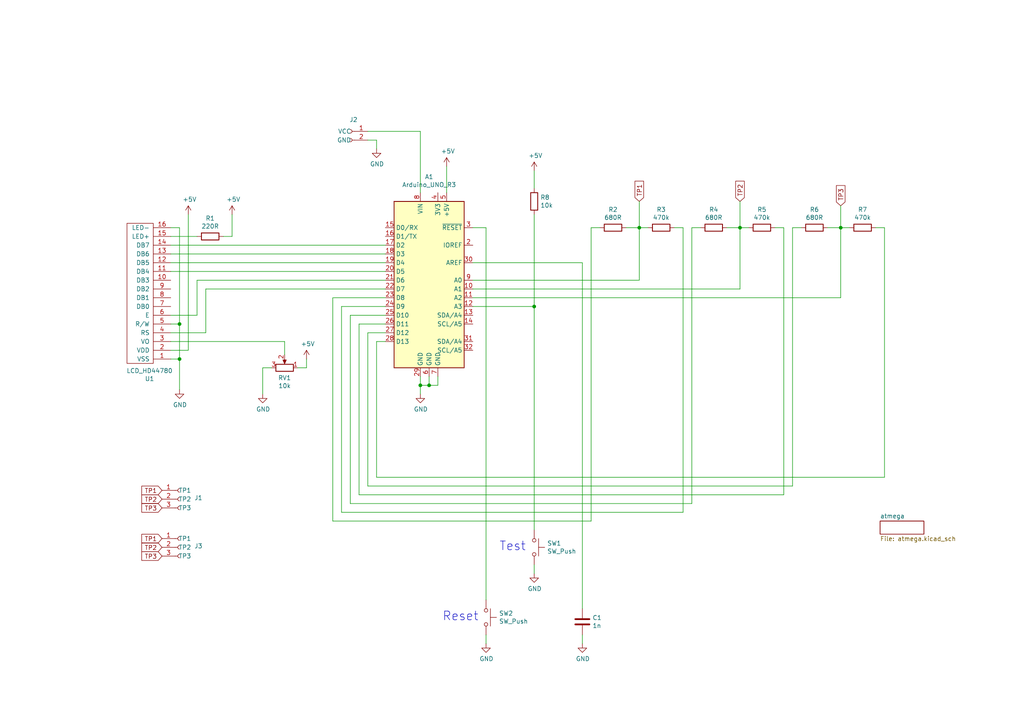
<source format=kicad_sch>
(kicad_sch (version 20231120) (generator "eeschema") (generator_version "8.0")
  (paper "A4")
  (lib_symbols
    (symbol "Device:C" (pin_numbers hide) (pin_names (offset 0.254))
      (property "Reference" "C" (at 0.635 2.54 0))
      (property "Value" "C" (at 0.635 -2.54 0))
      (symbol "C_0_1"
        (polyline (pts (xy -2.032 -0.762) (xy 2.032 -0.762)) (stroke (width 0.508)))
        (polyline (pts (xy -2.032 0.762) (xy 2.032 0.762)) (stroke (width 0.508)))
      )
      (symbol "C_1_1"
        (pin passive line (at 0 3.81 270) (length 2.794) (name "~") (number "1"))
        (pin passive line (at 0 -3.81 90) (length 2.794) (name "~") (number "2"))
      )
    )
    (symbol "Device:R" (pin_numbers hide) (pin_names (offset 0))
      (property "Reference" "R" (at 2.032 0 90))
      (property "Value" "R" (at 0 0 90))
      (symbol "R_0_1"
        (rectangle (start -1.016 -2.54) (end 1.016 2.54) (stroke (width 0.254)))
      )
      (symbol "R_1_1"
        (pin passive line (at 0 3.81 270) (length 1.27) (name "~") (number "1"))
        (pin passive line (at 0 -3.81 90) (length 1.27) (name "~") (number "2"))
      )
    )
    (symbol "MCU_Module:Arduino_UNO_R3"
      (property "Reference" "A" (at -10.16 23.495 0))
      (property "Value" "Arduino_UNO_R3" (at 5.08 -26.67 0))
      (symbol "Arduino_UNO_R3_0_1"
        (rectangle (start -10.16 22.86) (end 10.16 -25.4) (stroke (width 0.254)) (fill (type background)))
      )
      (symbol "Arduino_UNO_R3_1_1"
        (pin no_connect line (at -10.16 -20.32 0) (length 2.54) hide (name "NC") (number "1"))
        (pin bidirectional line (at 12.7 -2.54 180) (length 2.54) (name "A1") (number "10"))
        (pin bidirectional line (at 12.7 -5.08 180) (length 2.54) (name "A2") (number "11"))
        (pin bidirectional line (at 12.7 -7.62 180) (length 2.54) (name "A3") (number "12"))
        (pin bidirectional line (at 12.7 -10.16 180) (length 2.54) (name "SDA/A4") (number "13"))
        (pin bidirectional line (at 12.7 -12.7 180) (length 2.54) (name "SCL/A5") (number "14"))
        (pin bidirectional line (at -12.7 15.24 0) (length 2.54) (name "D0/RX") (number "15"))
        (pin bidirectional line (at -12.7 12.7 0) (length 2.54) (name "D1/TX") (number "16"))
        (pin bidirectional line (at -12.7 10.16 0) (length 2.54) (name "D2") (number "17"))
        (pin bidirectional line (at -12.7 7.62 0) (length 2.54) (name "D3") (number "18"))
        (pin bidirectional line (at -12.7 5.08 0) (length 2.54) (name "D4") (number "19"))
        (pin output line (at 12.7 10.16 180) (length 2.54) (name "IOREF") (number "2"))
        (pin bidirectional line (at -12.7 2.54 0) (length 2.54) (name "D5") (number "20"))
        (pin bidirectional line (at -12.7 0 0) (length 2.54) (name "D6") (number "21"))
        (pin bidirectional line (at -12.7 -2.54 0) (length 2.54) (name "D7") (number "22"))
        (pin bidirectional line (at -12.7 -5.08 0) (length 2.54) (name "D8") (number "23"))
        (pin bidirectional line (at -12.7 -7.62 0) (length 2.54) (name "D9") (number "24"))
        (pin bidirectional line (at -12.7 -10.16 0) (length 2.54) (name "D10") (number "25"))
        (pin bidirectional line (at -12.7 -12.7 0) (length 2.54) (name "D11") (number "26"))
        (pin bidirectional line (at -12.7 -15.24 0) (length 2.54) (name "D12") (number "27"))
        (pin bidirectional line (at -12.7 -17.78 0) (length 2.54) (name "D13") (number "28"))
        (pin power_in line (at -2.54 -27.94 90) (length 2.54) (name "GND") (number "29"))
        (pin input line (at 12.7 15.24 180) (length 2.54) (name "~{RESET}") (number "3"))
        (pin input line (at 12.7 5.08 180) (length 2.54) (name "AREF") (number "30"))
        (pin bidirectional line (at 12.7 -17.78 180) (length 2.54) (name "SDA/A4") (number "31"))
        (pin bidirectional line (at 12.7 -20.32 180) (length 2.54) (name "SCL/A5") (number "32"))
        (pin power_out line (at 2.54 25.4 270) (length 2.54) (name "3V3") (number "4"))
        (pin power_out line (at 5.08 25.4 270) (length 2.54) (name "+5V") (number "5"))
        (pin power_in line (at 0 -27.94 90) (length 2.54) (name "GND") (number "6"))
        (pin power_in line (at 2.54 -27.94 90) (length 2.54) (name "GND") (number "7"))
        (pin power_in line (at -2.54 25.4 270) (length 2.54) (name "VIN") (number "8"))
        (pin bidirectional line (at 12.7 0 180) (length 2.54) (name "A0") (number "9"))
      )
    )
    (symbol "My_Headers:2-pin_power_input_header" (pin_names (offset 1.016))
      (property "Reference" "J" (at 0 2.54 0))
      (symbol "2-pin_power_input_header_1_1"
        (arc (start 0 -2.032) (mid -0.5058 -2.54) (end 0 -3.048) (stroke (width 0.1524)))
        (polyline (pts (xy -1.27 -2.54) (xy -0.508 -2.54)) (stroke (width 0.1524)))
        (polyline (pts (xy -1.27 0) (xy -0.508 0)) (stroke (width 0.1524)))
        (arc (start 0 0.508) (mid -0.5058 0) (end 0 -0.508) (stroke (width 0.1524)))
        (pin power_out line (at -5.08 0 0) (length 3.81) (name "VCC") (number "1"))
        (pin power_out line (at -5.08 -2.54 0) (length 3.81) (name "GND") (number "2"))
      )
    )
    (symbol "My_Headers:3-pin_test_header" (pin_names (offset 1.016))
      (property "Reference" "J" (at 0 5.08 0))
      (symbol "3-pin_test_header_1_1"
        (arc (start 0 -2.032) (mid -0.5058 -2.54) (end 0 -3.048) (stroke (width 0.1524)))
        (polyline (pts (xy -1.27 -2.54) (xy -0.508 -2.54)) (stroke (width 0.1524)))
        (polyline (pts (xy -1.27 0) (xy -0.508 0)) (stroke (width 0.1524)))
        (polyline (pts (xy -1.27 2.54) (xy -0.508 2.54)) (stroke (width 0.1524)))
        (arc (start 0 0.508) (mid -0.5058 0) (end 0 -0.508) (stroke (width 0.1524)))
        (arc (start 0 3.048) (mid -0.5058 2.54) (end 0 2.032) (stroke (width 0.1524)))
        (pin input line (at -5.08 2.54 0) (length 3.81) (name "TP1") (number "1"))
        (pin input line (at -5.08 0 0) (length 3.81) (name "TP2") (number "2"))
        (pin input line (at -5.08 -2.54 0) (length 3.81) (name "TP3") (number "3"))
      )
    )
    (symbol "My_Headers:LCD_HD44780" (pin_names (offset 1.016))
      (property "Reference" "U" (at 6.35 2.54 0))
      (property "Value" "LCD_HD44780" (at 11.43 -40.64 0))
      (symbol "LCD_HD44780_0_1"
        (rectangle (start 5.08 1.27) (end 12.7 -39.37))
      )
      (symbol "LCD_HD44780_1_1"
        (pin input line (at 0 0 0) (length 5.08) (name "VSS") (number "1"))
        (pin input line (at 0 -22.86 0) (length 5.08) (name "DB3") (number "10"))
        (pin input line (at 0 -25.4 0) (length 5.08) (name "DB4") (number "11"))
        (pin input line (at 0 -27.94 0) (length 5.08) (name "DB5") (number "12"))
        (pin input line (at 0 -30.48 0) (length 5.08) (name "DB6") (number "13"))
        (pin input line (at 0 -33.02 0) (length 5.08) (name "DB7") (number "14"))
        (pin input line (at 0 -35.56 0) (length 5.08) (name "LED+") (number "15"))
        (pin input line (at 0 -38.1 0) (length 5.08) (name "LED-") (number "16"))
        (pin input line (at 0 -2.54 0) (length 5.08) (name "VDD") (number "2"))
        (pin input line (at 0 -5.08 0) (length 5.08) (name "VO") (number "3"))
        (pin input line (at 0 -7.62 0) (length 5.08) (name "RS") (number "4"))
        (pin input line (at 0 -10.16 0) (length 5.08) (name "R/W") (number "5"))
        (pin input line (at 0 -12.7 0) (length 5.08) (name "E") (number "6"))
        (pin input line (at 0 -15.24 0) (length 5.08) (name "DB0") (number "7"))
        (pin input line (at 0 -17.78 0) (length 5.08) (name "DB1") (number "8"))
        (pin input line (at 0 -20.32 0) (length 5.08) (name "DB2") (number "9"))
      )
    )
    (symbol "Switch:SW_Push" (pin_numbers hide) (pin_names (offset 1.016) hide)
      (property "Reference" "SW" (at 1.27 2.54 0))
      (property "Value" "SW_Push" (at 0 -1.524 0))
      (symbol "SW_Push_0_1"
        (circle (center -2.032 0) (radius 0.508))
        (polyline (pts (xy 0 1.27) (xy 0 3.048)))
        (polyline (pts (xy 2.54 1.27) (xy -2.54 1.27)))
        (circle (center 2.032 0) (radius 0.508))
        (pin passive line (at -5.08 0 0) (length 2.54) (name "1") (number "1"))
        (pin passive line (at 5.08 0 180) (length 2.54) (name "2") (number "2"))
      )
    )
    (symbol "arduTester-rescue:R_POT-Device" (pin_names (offset 1.016) hide)
      (property "Reference" "RV" (at -4.445 0 90))
      (property "Value" "R_POT-Device" (at -2.54 0 90))
      (symbol "R_POT-Device_0_1"
        (polyline (pts (xy 2.54 0) (xy 1.524 0)))
        (polyline (pts (xy 1.143 0) (xy 2.286 0.508) (xy 2.286 -0.508) (xy 1.143 0)) (fill (type outline)))
        (rectangle (start 1.016 2.54) (end -1.016 -2.54) (stroke (width 0.254)))
      )
      (symbol "R_POT-Device_1_1"
        (pin passive line (at 0 3.81 270) (length 1.27) (name "1") (number "1"))
        (pin passive line (at 3.81 0 180) (length 1.27) (name "2") (number "2"))
        (pin passive line (at 0 -3.81 90) (length 1.27) (name "3") (number "3"))
      )
    )
    (symbol "power:+5V" (power) (pin_names (offset 0))
      (property "Value" "+5V" (at 0 3.556 0))
      (symbol "+5V_0_1"
        (polyline (pts (xy -0.762 1.27) (xy 0 2.54)))
        (polyline (pts (xy 0 0) (xy 0 2.54)))
        (polyline (pts (xy 0 2.54) (xy 0.762 1.27)))
      )
      (symbol "+5V_1_1"
        (pin power_in line (at 0 0 90) (length 0) hide (name "+5V") (number "1"))
      )
    )
    (symbol "power:GND" (power) (pin_names (offset 0))
      (property "Value" "GND" (at 0 -3.81 0))
      (symbol "GND_0_1"
        (polyline (pts (xy 0 0) (xy 0 -1.27) (xy 1.27 -1.27) (xy 0 -2.54) (xy -1.27 -1.27) (xy 0 -1.27)))
      )
      (symbol "GND_1_1"
        (pin power_in line (at 0 0 270) (length 0) hide (name "GND") (number "1"))
      )
    )
  )
  (junction (at 214.63 66.04))
  (junction (at 52.07 93.98))
  (junction (at 124.46 111.76))
  (junction (at 243.84 66.04))
  (junction (at 185.42 66.04))
  (junction (at 121.92 111.76))
  (junction (at 154.94 88.9))
  (junction (at 52.07 104.14))
  (wire (pts (xy 137.16 86.36) (xy 243.84 86.36)))
  (wire (pts (xy 106.68 96.52) (xy 111.76 96.52)))
  (wire (pts (xy 200.66 146.05) (xy 101.6 146.05)))
  (wire (pts (xy 203.2 66.04) (xy 200.66 66.04)))
  (wire (pts (xy 127 111.76) (xy 124.46 111.76)))
  (wire (pts (xy 106.68 140.97) (xy 106.68 96.52)))
  (wire (pts (xy 49.53 68.58) (xy 57.15 68.58)))
  (wire (pts (xy 67.31 68.58) (xy 67.31 62.23)))
  (wire (pts (xy 168.91 186.69) (xy 168.91 184.15)))
  (wire (pts (xy 168.91 176.53) (xy 168.91 76.2)))
  (wire (pts (xy 140.97 173.99) (xy 140.97 66.04)))
  (wire (pts (xy 154.94 166.37) (xy 154.94 163.83)))
  (wire (pts (xy 154.94 88.9) (xy 137.16 88.9)))
  (wire (pts (xy 99.06 148.59) (xy 99.06 88.9)))
  (wire (pts (xy 52.07 66.04) (xy 49.53 66.04)))
  (wire (pts (xy 210.82 66.04) (xy 214.63 66.04)))
  (wire (pts (xy 229.87 66.04) (xy 229.87 140.97)))
  (wire (pts (xy 52.07 66.04) (xy 52.07 93.98)))
  (wire (pts (xy 229.87 140.97) (xy 106.68 140.97)))
  (wire (pts (xy 243.84 66.04) (xy 243.84 59.69)))
  (wire (pts (xy 49.53 101.6) (xy 54.61 101.6)))
  (wire (pts (xy 227.33 66.04) (xy 224.79 66.04)))
  (wire (pts (xy 171.45 66.04) (xy 173.99 66.04)))
  (wire (pts (xy 185.42 66.04) (xy 185.42 58.42)))
  (wire (pts (xy 59.69 96.52) (xy 59.69 83.82)))
  (wire (pts (xy 227.33 143.51) (xy 227.33 66.04)))
  (wire (pts (xy 52.07 104.14) (xy 52.07 93.98)))
  (wire (pts (xy 200.66 66.04) (xy 200.66 146.05)))
  (wire (pts (xy 121.92 114.3) (xy 121.92 111.76)))
  (wire (pts (xy 154.94 153.67) (xy 154.94 88.9)))
  (wire (pts (xy 121.92 111.76) (xy 121.92 109.22)))
  (wire (pts (xy 129.54 48.26) (xy 129.54 55.88)))
  (wire (pts (xy 96.52 86.36) (xy 96.52 151.13)))
  (wire (pts (xy 137.16 83.82) (xy 214.63 83.82)))
  (wire (pts (xy 49.53 91.44) (xy 57.15 91.44)))
  (wire (pts (xy 111.76 71.12) (xy 49.53 71.12)))
  (wire (pts (xy 137.16 81.28) (xy 185.42 81.28)))
  (wire (pts (xy 101.6 91.44) (xy 111.76 91.44)))
  (wire (pts (xy 49.53 99.06) (xy 82.55 99.06)))
  (wire (pts (xy 232.41 66.04) (xy 229.87 66.04)))
  (wire (pts (xy 140.97 184.15) (xy 140.97 186.69)))
  (wire (pts (xy 82.55 99.06) (xy 82.55 102.87)))
  (wire (pts (xy 171.45 151.13) (xy 171.45 66.04)))
  (wire (pts (xy 52.07 104.14) (xy 52.07 113.03)))
  (wire (pts (xy 127 109.22) (xy 127 111.76)))
  (wire (pts (xy 76.2 106.68) (xy 78.74 106.68)))
  (wire (pts (xy 54.61 101.6) (xy 54.61 62.23)))
  (wire (pts (xy 154.94 88.9) (xy 154.94 62.23)))
  (wire (pts (xy 88.9 106.68) (xy 88.9 104.14)))
  (wire (pts (xy 99.06 88.9) (xy 111.76 88.9)))
  (wire (pts (xy 121.92 38.1) (xy 106.68 38.1)))
  (wire (pts (xy 109.22 138.43) (xy 256.54 138.43)))
  (wire (pts (xy 121.92 38.1) (xy 121.92 55.88)))
  (wire (pts (xy 185.42 66.04) (xy 187.96 66.04)))
  (wire (pts (xy 52.07 93.98) (xy 49.53 93.98)))
  (wire (pts (xy 168.91 76.2) (xy 137.16 76.2)))
  (wire (pts (xy 214.63 83.82) (xy 214.63 66.04)))
  (wire (pts (xy 111.76 86.36) (xy 96.52 86.36)))
  (wire (pts (xy 154.94 54.61) (xy 154.94 49.53)))
  (wire (pts (xy 57.15 91.44) (xy 57.15 81.28)))
  (wire (pts (xy 198.12 148.59) (xy 99.06 148.59)))
  (wire (pts (xy 243.84 66.04) (xy 246.38 66.04)))
  (wire (pts (xy 214.63 66.04) (xy 214.63 58.42)))
  (wire (pts (xy 59.69 83.82) (xy 111.76 83.82)))
  (wire (pts (xy 243.84 86.36) (xy 243.84 66.04)))
  (wire (pts (xy 64.77 68.58) (xy 67.31 68.58)))
  (wire (pts (xy 111.76 73.66) (xy 49.53 73.66)))
  (wire (pts (xy 240.03 66.04) (xy 243.84 66.04)))
  (wire (pts (xy 86.36 106.68) (xy 88.9 106.68)))
  (wire (pts (xy 101.6 146.05) (xy 101.6 91.44)))
  (wire (pts (xy 181.61 66.04) (xy 185.42 66.04)))
  (wire (pts (xy 256.54 138.43) (xy 256.54 66.04)))
  (wire (pts (xy 109.22 40.64) (xy 109.22 43.18)))
  (wire (pts (xy 124.46 109.22) (xy 124.46 111.76)))
  (wire (pts (xy 104.14 93.98) (xy 104.14 143.51)))
  (wire (pts (xy 49.53 96.52) (xy 59.69 96.52)))
  (wire (pts (xy 198.12 66.04) (xy 198.12 148.59)))
  (wire (pts (xy 49.53 104.14) (xy 52.07 104.14)))
  (wire (pts (xy 214.63 66.04) (xy 217.17 66.04)))
  (wire (pts (xy 111.76 93.98) (xy 104.14 93.98)))
  (wire (pts (xy 104.14 143.51) (xy 227.33 143.51)))
  (wire (pts (xy 124.46 111.76) (xy 121.92 111.76)))
  (wire (pts (xy 111.76 99.06) (xy 109.22 99.06)))
  (wire (pts (xy 96.52 151.13) (xy 171.45 151.13)))
  (wire (pts (xy 49.53 76.2) (xy 111.76 76.2)))
  (wire (pts (xy 256.54 66.04) (xy 254 66.04)))
  (wire (pts (xy 195.58 66.04) (xy 198.12 66.04)))
  (wire (pts (xy 140.97 66.04) (xy 137.16 66.04)))
  (wire (pts (xy 111.76 78.74) (xy 49.53 78.74)))
  (wire (pts (xy 57.15 81.28) (xy 111.76 81.28)))
  (wire (pts (xy 109.22 99.06) (xy 109.22 138.43)))
  (wire (pts (xy 76.2 114.3) (xy 76.2 106.68)))
  (wire (pts (xy 185.42 81.28) (xy 185.42 66.04)))
  (wire (pts (xy 106.68 40.64) (xy 109.22 40.64)))
  (text "Reset" (at 128.27 180.34 0) (effects (font (size 2.54 2.54)) (justify left bottom)))
  (text "Test" (at 144.78 160.02 0) (effects (font (size 2.54 2.54)) (justify left bottom)))
  (global_label "TP2" (shape input) (at 214.63 58.42 90) (property "Intersheetrefs" "${INTERSHEET_REFS}" (effects (hide yes))))
  (global_label "TP2" (shape input) (at 46.99 144.78 180) (property "Intersheetrefs" "${INTERSHEET_REFS}" (effects (hide yes))))
  (global_label "TP2" (shape input) (at 46.99 158.75 180) (property "Intersheetrefs" "${INTERSHEET_REFS}" (effects (hide yes))))
  (global_label "TP3" (shape input) (at 243.84 59.69 90) (property "Intersheetrefs" "${INTERSHEET_REFS}" (effects (hide yes))))
  (global_label "TP3" (shape input) (at 46.99 161.29 180) (property "Intersheetrefs" "${INTERSHEET_REFS}" (effects (hide yes))))
  (global_label "TP3" (shape input) (at 46.99 147.32 180) (property "Intersheetrefs" "${INTERSHEET_REFS}" (effects (hide yes))))
  (global_label "TP1" (shape input) (at 46.99 156.21 180) (property "Intersheetrefs" "${INTERSHEET_REFS}" (effects (hide yes))))
  (global_label "TP1" (shape input) (at 185.42 58.42 90) (property "Intersheetrefs" "${INTERSHEET_REFS}" (effects (hide yes))))
  (global_label "TP1" (shape input) (at 46.99 142.24 180) (property "Intersheetrefs" "${INTERSHEET_REFS}" (effects (hide yes))))
  (symbol (lib_id "MCU_Module:Arduino_UNO_R3") (at 124.46 81.28 0) (unit 1)
    (property "Reference" "A1" (at 124.46 51.2826 0))
    (property "Value" "Arduino_UNO_R3" (at 124.46 53.594 0))
    (property "Footprint" "My_Arduino:Arduino_UNO_R3_shield_large" (effects (hide yes)))
    (property "Datasheet" "https://www.arduino.cc/en/Main/arduinoBoardUno" (effects (hide yes)))
  )
  (symbol (lib_id "My_Headers:LCD_HD44780") (at 49.53 104.14 180) (unit 1)
    (property "Reference" "U1" (at 43.3832 109.855 0))
    (property "Value" "LCD_HD44780" (at 43.3832 107.5436 0))
    (property "Footprint" "My_Parts:LCD_HD44780_16x2_w_headers_large" (effects (hide yes)))
  )
  (symbol (lib_id "My_Headers:3-pin_test_header") (at 52.07 158.75 0) (unit 1)
    (property "Reference" "J3" (at 56.3626 158.369 0) (effects (justify left)))
    (property "Value" "3-pin_test_header" (effects (hide yes)))
    (property "Footprint" "My_Headers:3-pin_test_header_large" (effects (hide yes)))
  )
  (symbol (lib_id "power:GND") (at 52.07 113.03 0) (unit 1)
    (property "Reference" "#PWR01" (effects (hide yes)))
    (property "Value" "GND" (at 52.197 117.4242 0))
  )
  (symbol (lib_id "power:+5V") (at 54.61 62.23 0) (unit 1)
    (property "Reference" "#PWR02" (effects (hide yes)))
    (property "Value" "+5V" (at 54.991 57.8358 0))
  )
  (symbol (lib_id "power:+5V") (at 129.54 48.26 0) (unit 1)
    (property "Reference" "#PWR07" (effects (hide yes)))
    (property "Value" "+5V" (at 129.921 43.8658 0))
  )
  (symbol (lib_id "My_Headers:2-pin_power_input_header") (at 101.6 38.1 0) (mirror y) (unit 1)
    (property "Reference" "J2" (at 102.5398 34.7218 0))
    (property "Value" "2-pin_power_input_header" (effects (hide yes)))
    (property "Footprint" "My_Headers:2-pin_power_input_header" (effects (hide yes)))
  )
  (symbol (lib_id "power:GND") (at 109.22 43.18 0) (unit 1)
    (property "Reference" "#PWR06" (effects (hide yes)))
    (property "Value" "GND" (at 109.347 47.5742 0))
  )
  (symbol (lib_id "arduTester-rescue:R_POT-Device") (at 82.55 106.68 270) (mirror x) (unit 1)
    (property "Reference" "RV1" (at 82.55 109.601 90))
    (property "Value" "10k" (at 82.55 111.9124 90))
    (property "Footprint" "My_Misc:Potentiometer_Piher_PT-6-V_Vertical_larger_pads" (effects (hide yes)))
  )
  (symbol (lib_id "power:+5V") (at 88.9 104.14 0) (unit 1)
    (property "Reference" "#PWR05" (effects (hide yes)))
    (property "Value" "+5V" (at 89.281 99.7458 0))
  )
  (symbol (lib_id "power:GND") (at 76.2 114.3 0) (unit 1)
    (property "Reference" "#PWR04" (effects (hide yes)))
    (property "Value" "GND" (at 76.327 118.6942 0))
  )
  (symbol (lib_id "Device:R") (at 154.94 58.42 0) (unit 1)
    (property "Reference" "R8" (at 156.718 57.2516 0) (effects (justify left)))
    (property "Value" "10k" (at 156.718 59.563 0) (effects (justify left)))
    (property "Footprint" "My_Misc:R_Axial_DIN0207_L6.3mm_D2.5mm_P10.16mm_Horizontal_larger_pads" (effects (hide yes)))
  )
  (symbol (lib_id "power:GND") (at 121.92 114.3 0) (unit 1)
    (property "Reference" "#PWR0101" (effects (hide yes)))
    (property "Value" "GND" (at 122.047 118.6942 0))
  )
  (symbol (lib_id "Device:R") (at 60.96 68.58 270) (unit 1)
    (property "Reference" "R1" (at 60.96 63.3222 90))
    (property "Value" "220R" (at 60.96 65.6336 90))
    (property "Footprint" "My_Misc:R_Axial_DIN0207_L6.3mm_D2.5mm_P10.16mm_Horizontal_larger_pads" (effects (hide yes)))
  )
  (symbol (lib_id "power:+5V") (at 67.31 62.23 0) (unit 1)
    (property "Reference" "#PWR03" (effects (hide yes)))
    (property "Value" "+5V" (at 67.691 57.8358 0))
  )
  (symbol (lib_id "Device:R") (at 177.8 66.04 270) (unit 1)
    (property "Reference" "R2" (at 177.8 60.7822 90))
    (property "Value" "680R" (at 177.8 63.0936 90))
    (property "Footprint" "My_Misc:R_Axial_DIN0207_L6.3mm_D2.5mm_P10.16mm_Horizontal_larger_pads" (effects (hide yes)))
  )
  (symbol (lib_id "Device:R") (at 191.77 66.04 270) (unit 1)
    (property "Reference" "R3" (at 191.77 60.7822 90))
    (property "Value" "470k" (at 191.77 63.0936 90))
    (property "Footprint" "My_Misc:R_Axial_DIN0207_L6.3mm_D2.5mm_P10.16mm_Horizontal_larger_pads" (effects (hide yes)))
  )
  (symbol (lib_id "Device:R") (at 207.01 66.04 270) (unit 1)
    (property "Reference" "R4" (at 207.01 60.7822 90))
    (property "Value" "680R" (at 207.01 63.0936 90))
    (property "Footprint" "My_Misc:R_Axial_DIN0207_L6.3mm_D2.5mm_P10.16mm_Horizontal_larger_pads" (effects (hide yes)))
  )
  (symbol (lib_id "Device:R") (at 220.98 66.04 270) (unit 1)
    (property "Reference" "R5" (at 220.98 60.7822 90))
    (property "Value" "470k" (at 220.98 63.0936 90))
    (property "Footprint" "My_Misc:R_Axial_DIN0207_L6.3mm_D2.5mm_P10.16mm_Horizontal_larger_pads" (effects (hide yes)))
  )
  (symbol (lib_id "Device:R") (at 236.22 66.04 270) (unit 1)
    (property "Reference" "R6" (at 236.22 60.7822 90))
    (property "Value" "680R" (at 236.22 63.0936 90))
    (property "Footprint" "My_Misc:R_Axial_DIN0207_L6.3mm_D2.5mm_P10.16mm_Horizontal_larger_pads" (effects (hide yes)))
  )
  (symbol (lib_id "Device:R") (at 250.19 66.04 270) (unit 1)
    (property "Reference" "R7" (at 250.19 60.7822 90))
    (property "Value" "470k" (at 250.19 63.0936 90))
    (property "Footprint" "My_Misc:R_Axial_DIN0207_L6.3mm_D2.5mm_P10.16mm_Horizontal_larger_pads" (effects (hide yes)))
  )
  (symbol (lib_id "Device:C") (at 168.91 180.34 0) (unit 1)
    (property "Reference" "C1" (at 171.831 179.1716 0) (effects (justify left)))
    (property "Value" "1n" (at 171.831 181.483 0) (effects (justify left)))
    (property "Footprint" "My_Misc:C_Disc_D3.0mm_W1.6mm_P2.50mm_larg" (effects (hide yes)))
  )
  (symbol (lib_id "power:GND") (at 168.91 186.69 0) (unit 1)
    (property "Reference" "#PWR010" (effects (hide yes)))
    (property "Value" "GND" (at 169.037 191.0842 0))
  )
  (symbol (lib_id "Switch:SW_Push") (at 154.94 158.75 270) (unit 1)
    (property "Reference" "SW1" (at 158.6992 157.5816 90) (effects (justify left)))
    (property "Value" "SW_Push" (at 158.6992 159.893 90) (effects (justify left)))
    (property "Footprint" "My_Misc:SW_PUSH-12mm_large" (effects (hide yes)))
  )
  (symbol (lib_id "power:GND") (at 154.94 166.37 0) (unit 1)
    (property "Reference" "#PWR09" (effects (hide yes)))
    (property "Value" "GND" (at 155.067 170.7642 0))
  )
  (symbol (lib_id "Switch:SW_Push") (at 140.97 179.07 270) (unit 1)
    (property "Reference" "SW2" (at 144.7292 177.9016 90) (effects (justify left)))
    (property "Value" "SW_Push" (at 144.7292 180.213 90) (effects (justify left)))
    (property "Footprint" "My_Misc:SW_PUSH_6mm_large" (effects (hide yes)))
  )
  (symbol (lib_id "power:+5V") (at 154.94 49.53 0) (unit 1)
    (property "Reference" "#PWR08" (effects (hide yes)))
    (property "Value" "+5V" (at 155.321 45.1358 0))
  )
  (symbol (lib_id "power:GND") (at 140.97 186.69 0) (unit 1)
    (property "Reference" "#PWR011" (effects (hide yes)))
    (property "Value" "GND" (at 141.097 191.0842 0))
  )
  (symbol (lib_id "My_Headers:3-pin_test_header") (at 52.07 144.78 0) (unit 1)
    (property "Reference" "J1" (at 56.3626 144.399 0) (effects (justify left)))
    (property "Value" "3-pin_test_header" (effects (hide yes)))
    (property "Footprint" "My_Headers:3-pin_test_header_large" (effects (hide yes)))
  )
  (sheet (at 255.27 151.13) (size 12.7 3.81) (stroke (width 0.1524))
    (property "Sheetname" "atmega" (at 255.27 150.4184 0) (effects (justify left bottom)))
    (property "Sheetfile" "atmega.kicad_sch" (at 255.27 155.5246 0) (effects (justify left top)))
  )
)
</source>
